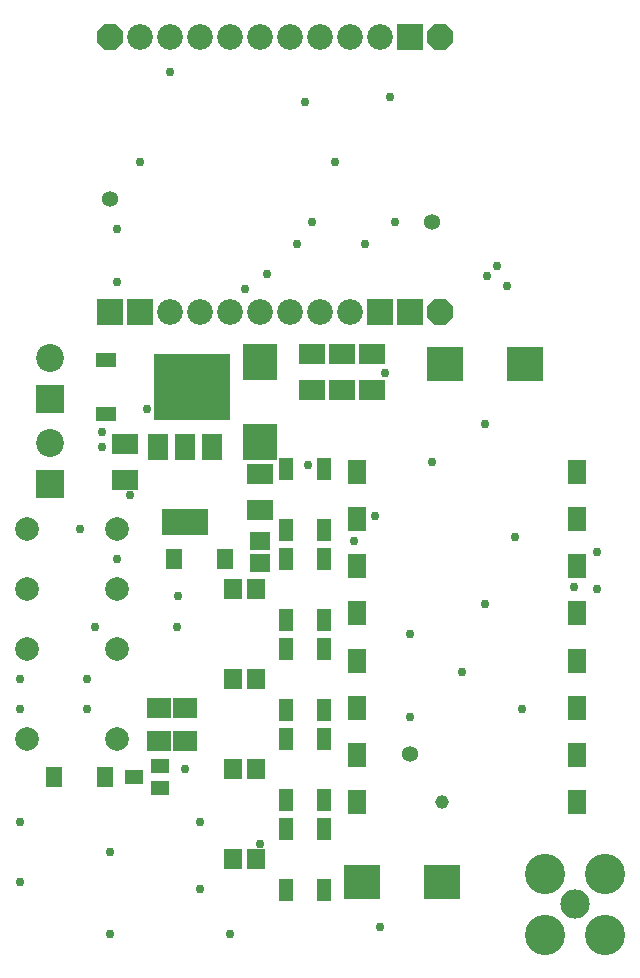
<source format=gts>
G04 EAGLE Gerber RS-274X export*
G75*
%MOMM*%
%FSLAX34Y34*%
%LPD*%
%INSoldermask Top*%
%IPPOS*%
%AMOC8*
5,1,8,0,0,1.08239X$1,22.5*%
G01*
%ADD10R,2.203200X1.703200*%
%ADD11R,3.153200X2.903200*%
%ADD12R,1.503200X1.703200*%
%ADD13R,1.703200X1.503200*%
%ADD14R,2.903200X3.153200*%
%ADD15R,1.473200X1.673200*%
%ADD16R,1.203200X1.854200*%
%ADD17R,1.703200X2.203200*%
%ADD18R,4.003200X2.203200*%
%ADD19R,2.183200X2.183200*%
%ADD20C,2.183200*%
%ADD21P,2.363074X8X22.500000*%
%ADD22R,6.403200X5.603200*%
%ADD23R,1.803200X1.203200*%
%ADD24R,2.363200X2.363200*%
%ADD25C,2.363200*%
%ADD26C,2.003200*%
%ADD27R,2.006200X1.803200*%
%ADD28R,1.603200X1.203200*%
%ADD29R,1.603200X2.003200*%
%ADD30C,2.489200*%
%ADD31C,3.403600*%
%ADD32C,1.355600*%
%ADD33C,0.755600*%
%ADD34C,1.155600*%


D10*
X317500Y516650D03*
X317500Y486650D03*
X292100Y516650D03*
X292100Y486650D03*
X266700Y516650D03*
X266700Y486650D03*
D11*
X376650Y69850D03*
X309150Y69850D03*
X446500Y508000D03*
X379000Y508000D03*
D12*
X200050Y241300D03*
X219050Y241300D03*
X200050Y165100D03*
X219050Y165100D03*
X200050Y88900D03*
X219050Y88900D03*
D13*
X222250Y358750D03*
X222250Y339750D03*
D12*
X200050Y317500D03*
X219050Y317500D03*
D10*
X222250Y385050D03*
X222250Y415050D03*
X107950Y440450D03*
X107950Y410450D03*
D14*
X222250Y510000D03*
X222250Y442500D03*
D15*
X48350Y158750D03*
X91350Y158750D03*
D16*
X244350Y291730D03*
X244350Y343270D03*
X276350Y343270D03*
X276350Y291730D03*
X244350Y367930D03*
X244350Y419470D03*
X276350Y419470D03*
X276350Y367930D03*
X244350Y215530D03*
X244350Y267070D03*
X276350Y267070D03*
X276350Y215530D03*
X244350Y139330D03*
X244350Y190870D03*
X276350Y190870D03*
X276350Y139330D03*
X244350Y63130D03*
X244350Y114670D03*
X276350Y114670D03*
X276350Y63130D03*
D15*
X149950Y342900D03*
X192950Y342900D03*
D17*
X181750Y437900D03*
X158750Y437900D03*
X135750Y437900D03*
D18*
X158750Y374900D03*
D19*
X95250Y552450D03*
X120650Y552450D03*
D20*
X146050Y552450D03*
X171450Y552450D03*
X196850Y552450D03*
X222250Y552450D03*
X247650Y552450D03*
X273050Y552450D03*
X298450Y552450D03*
D19*
X323850Y552450D03*
X349250Y552450D03*
D21*
X374650Y552450D03*
X95250Y785450D03*
D20*
X120650Y785450D03*
X146050Y785450D03*
X171450Y785450D03*
X196850Y785450D03*
X222250Y785450D03*
X247650Y785450D03*
X273050Y785450D03*
X298450Y785450D03*
X323850Y785450D03*
D19*
X349250Y785450D03*
D21*
X374650Y785450D03*
D22*
X164700Y488950D03*
D23*
X91700Y511750D03*
X91700Y466150D03*
D24*
X44550Y478600D03*
D25*
X44550Y513600D03*
D24*
X44450Y406400D03*
D25*
X44450Y441400D03*
D26*
X101600Y190500D03*
X101600Y266700D03*
X101600Y317500D03*
X101600Y368300D03*
X25400Y368300D03*
X25400Y317500D03*
X25400Y266700D03*
X25400Y190500D03*
D27*
X158750Y188980D03*
X158750Y217420D03*
X136700Y217420D03*
X136700Y188980D03*
D28*
X116000Y158750D03*
X138000Y168250D03*
X138000Y149250D03*
D29*
X490650Y417250D03*
X490650Y377250D03*
X490650Y337250D03*
X490650Y297250D03*
X490650Y257250D03*
X490650Y217250D03*
X490650Y177250D03*
X490650Y137250D03*
X304650Y417250D03*
X304650Y377250D03*
X304650Y337250D03*
X304650Y297250D03*
X304650Y257250D03*
X304650Y217250D03*
X304650Y177250D03*
X304650Y137250D03*
D30*
X488950Y50800D03*
D31*
X463451Y76299D03*
X514449Y76299D03*
X514449Y25301D03*
X463451Y25301D03*
D32*
X349250Y177800D03*
D33*
X158750Y165100D03*
X222250Y101600D03*
X127000Y469900D03*
X146050Y755650D03*
X260350Y730250D03*
X285750Y679450D03*
X120650Y679450D03*
X101600Y622300D03*
X101600Y577850D03*
X254000Y609600D03*
X266700Y628650D03*
X311150Y609600D03*
X336550Y628650D03*
X209550Y571500D03*
X228600Y584200D03*
X101600Y342900D03*
X82550Y285750D03*
X152400Y285750D03*
X19050Y120650D03*
X19050Y69850D03*
X171450Y63500D03*
X95250Y25400D03*
X95250Y95250D03*
X171450Y120650D03*
X196850Y25400D03*
X323850Y31750D03*
X349250Y209550D03*
X444500Y215900D03*
X349250Y279400D03*
X412750Y304800D03*
X393700Y247650D03*
X438150Y361950D03*
X368300Y425450D03*
X412750Y457200D03*
X508000Y317500D03*
X508000Y349250D03*
X69850Y368300D03*
X19050Y241300D03*
X19050Y215900D03*
X76200Y241300D03*
X76200Y215900D03*
D32*
X368300Y628650D03*
X95250Y647700D03*
D34*
X376650Y137250D03*
D33*
X153125Y311875D03*
X88900Y438150D03*
X88900Y450850D03*
X319532Y379984D03*
X423164Y591566D03*
X302260Y358394D03*
X328168Y500888D03*
X487934Y319532D03*
X431800Y574294D03*
X332486Y734060D03*
X112268Y397256D03*
X263398Y423164D03*
X414528Y582930D03*
M02*

</source>
